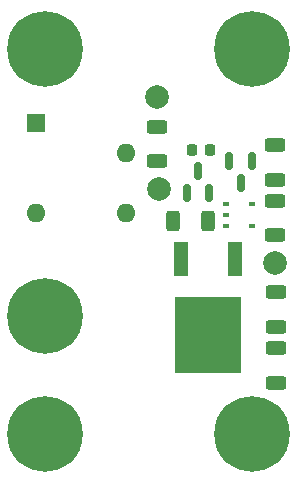
<source format=gts>
G04 #@! TF.GenerationSoftware,KiCad,Pcbnew,6.0.10*
G04 #@! TF.CreationDate,2023-01-08T03:35:34+01:00*
G04 #@! TF.ProjectId,ideal_diode,69646561-6c5f-4646-996f-64652e6b6963,rev?*
G04 #@! TF.SameCoordinates,Original*
G04 #@! TF.FileFunction,Soldermask,Top*
G04 #@! TF.FilePolarity,Negative*
%FSLAX46Y46*%
G04 Gerber Fmt 4.6, Leading zero omitted, Abs format (unit mm)*
G04 Created by KiCad (PCBNEW 6.0.10) date 2023-01-08 03:35:34*
%MOMM*%
%LPD*%
G01*
G04 APERTURE LIST*
G04 Aperture macros list*
%AMRoundRect*
0 Rectangle with rounded corners*
0 $1 Rounding radius*
0 $2 $3 $4 $5 $6 $7 $8 $9 X,Y pos of 4 corners*
0 Add a 4 corners polygon primitive as box body*
4,1,4,$2,$3,$4,$5,$6,$7,$8,$9,$2,$3,0*
0 Add four circle primitives for the rounded corners*
1,1,$1+$1,$2,$3*
1,1,$1+$1,$4,$5*
1,1,$1+$1,$6,$7*
1,1,$1+$1,$8,$9*
0 Add four rect primitives between the rounded corners*
20,1,$1+$1,$2,$3,$4,$5,0*
20,1,$1+$1,$4,$5,$6,$7,0*
20,1,$1+$1,$6,$7,$8,$9,0*
20,1,$1+$1,$8,$9,$2,$3,0*%
G04 Aperture macros list end*
%ADD10RoundRect,0.250000X0.625000X-0.312500X0.625000X0.312500X-0.625000X0.312500X-0.625000X-0.312500X0*%
%ADD11RoundRect,0.250000X-0.625000X0.312500X-0.625000X-0.312500X0.625000X-0.312500X0.625000X0.312500X0*%
%ADD12C,2.000000*%
%ADD13R,0.600000X0.400000*%
%ADD14C,0.800000*%
%ADD15C,6.400000*%
%ADD16RoundRect,0.250000X0.312500X0.625000X-0.312500X0.625000X-0.312500X-0.625000X0.312500X-0.625000X0*%
%ADD17RoundRect,0.150000X0.150000X-0.587500X0.150000X0.587500X-0.150000X0.587500X-0.150000X-0.587500X0*%
%ADD18RoundRect,0.225000X0.225000X0.250000X-0.225000X0.250000X-0.225000X-0.250000X0.225000X-0.250000X0*%
%ADD19R,1.250000X2.850000*%
%ADD20R,5.550000X6.500000*%
%ADD21R,1.600000X1.600000*%
%ADD22O,1.600000X1.600000*%
%ADD23RoundRect,0.150000X-0.150000X0.587500X-0.150000X-0.587500X0.150000X-0.587500X0.150000X0.587500X0*%
G04 APERTURE END LIST*
D10*
X35799770Y-39712500D03*
X35799770Y-36787500D03*
D11*
X25700000Y-22775000D03*
X25700000Y-25700000D03*
D12*
X35699770Y-34354770D03*
X25899770Y-28100000D03*
D13*
X31499770Y-29329770D03*
X31499770Y-30279770D03*
X31499770Y-31229770D03*
X33699770Y-31229770D03*
X33699770Y-29329770D03*
D14*
X33699770Y-18599770D03*
X33699770Y-13799770D03*
X32002714Y-17896826D03*
X35396826Y-14502714D03*
D15*
X33699770Y-16199770D03*
D14*
X36099770Y-16199770D03*
X35396826Y-17896826D03*
X31299770Y-16199770D03*
X32002714Y-14502714D03*
D11*
X35699770Y-24354770D03*
X35699770Y-27279770D03*
D16*
X29999770Y-30779770D03*
X27074770Y-30779770D03*
D17*
X28217270Y-28442270D03*
X30117270Y-28442270D03*
X29167270Y-26567270D03*
D18*
X30200000Y-24800000D03*
X28650000Y-24800000D03*
D19*
X32267270Y-34004770D03*
D20*
X29987270Y-40404770D03*
D19*
X27707270Y-34004770D03*
D14*
X17896826Y-17896826D03*
X16199770Y-13799770D03*
X18599770Y-16199770D03*
X17896826Y-14502714D03*
X14502714Y-14502714D03*
X14502714Y-17896826D03*
D15*
X16199770Y-16199770D03*
D14*
X16199770Y-18599770D03*
X13799770Y-16199770D03*
D10*
X35799770Y-44462500D03*
X35799770Y-41537500D03*
D14*
X17896826Y-37082714D03*
X14502714Y-40476826D03*
X16199770Y-41179770D03*
X18599770Y-38779770D03*
X14502714Y-37082714D03*
X13799770Y-38779770D03*
X17896826Y-40476826D03*
D15*
X16199770Y-38779770D03*
D14*
X16199770Y-36379770D03*
D11*
X35699770Y-29054770D03*
X35699770Y-31979770D03*
D15*
X16199770Y-48779770D03*
D14*
X16199770Y-46379770D03*
X13799770Y-48779770D03*
X17896826Y-50476826D03*
X18599770Y-48779770D03*
X16199770Y-51179770D03*
X14502714Y-50476826D03*
X17896826Y-47082714D03*
X14502714Y-47082714D03*
D21*
X15479770Y-22439770D03*
D22*
X15479770Y-30059770D03*
X23099770Y-30059770D03*
X23099770Y-24979770D03*
D23*
X33717270Y-25667270D03*
X31817270Y-25667270D03*
X32767270Y-27542270D03*
D14*
X31299770Y-48779770D03*
X32002714Y-47082714D03*
X33699770Y-46379770D03*
X33699770Y-51179770D03*
X36099770Y-48779770D03*
X35396826Y-47082714D03*
X35396826Y-50476826D03*
D15*
X33699770Y-48779770D03*
D14*
X32002714Y-50476826D03*
D12*
X25700000Y-20300000D03*
M02*

</source>
